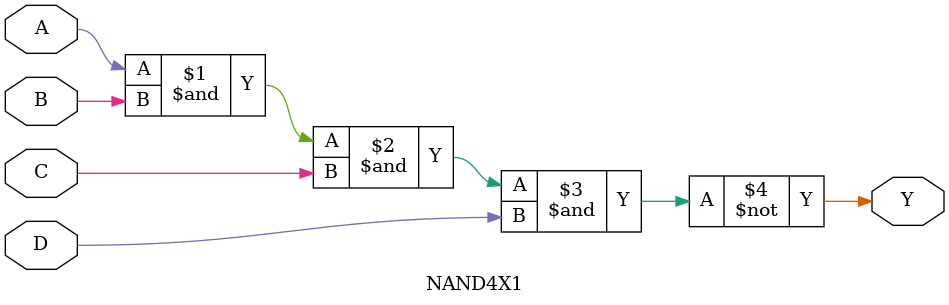
<source format=v>


module NAND4X1 (A, B, C, D, Y);
	input A, B, C, D;
	output Y;

	assign Y = ~(A & B & C & D);

endmodule

</source>
